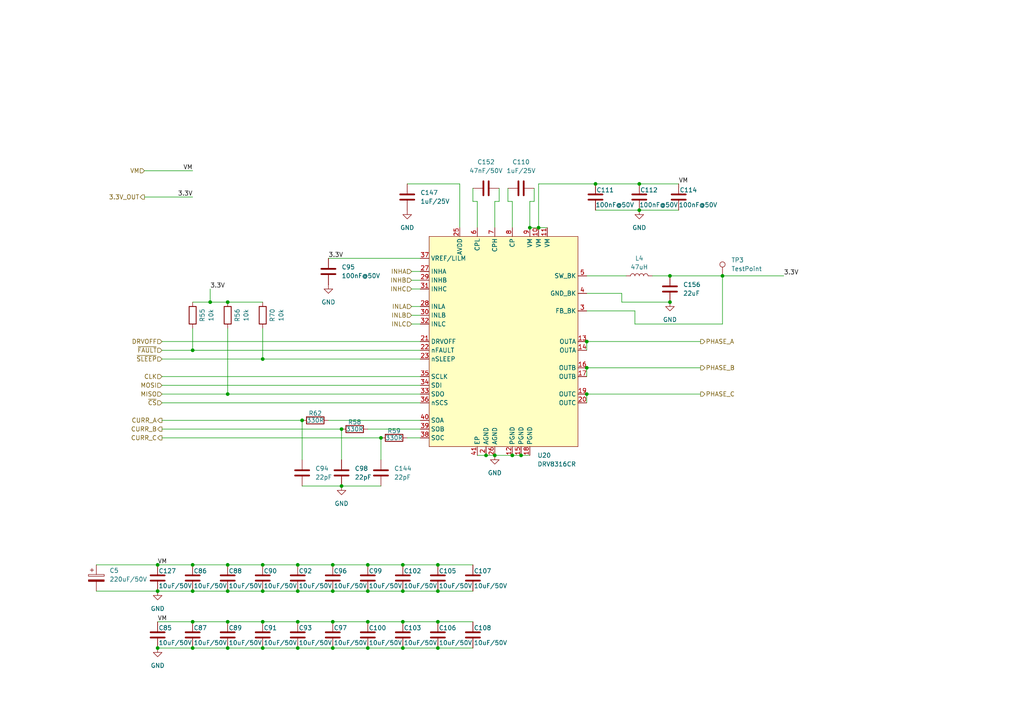
<source format=kicad_sch>
(kicad_sch (version 20231120) (generator "eeschema") (generator_version "8.0")
  (paper "A4")
  (lib_symbols
    (symbol "Connector:TestPoint" (pin_numbers hide) (pin_names (offset 0.762) hide)
      (property "Reference" "TP" (at 0 6.858 0))
      (property "Value" "TestPoint" (at 0 5.08 0))
      (symbol "TestPoint_0_1"
        (circle (center 0 3.302) (radius 0.762))
      )
      (symbol "TestPoint_1_1"
        (pin passive line (at 0 0 90) (length 2.54) (name "1") (number "1"))
      )
    )
    (symbol "DRV8316CR:DRV8316CR"
      (property "Reference" "U?" (at 20.32 -33.02 0))
      (property "Value" "DRV8316CR" (at 20.32 -30.48 0))
      (symbol "DRV8316CR_0_0"
        (pin no_connect non_logic (at 24.13 -20.32 180) (length 2.54) hide (name "NC") (number "1"))
        (pin power_in line (at 10.16 35.56 270) (length 2.54) (name "VM") (number "10"))
        (pin power_in line (at 12.7 35.56 270) (length 2.54) (name "VM") (number "11"))
        (pin power_in line (at 2.54 -30.48 90) (length 2.54) (name "PGND") (number "12"))
        (pin output line (at 24.13 2.54 180) (length 2.54) (name "OUTA") (number "13"))
        (pin output line (at 24.13 0 180) (length 2.54) (name "OUTA") (number "14"))
        (pin power_in line (at 5.08 -30.48 90) (length 2.54) (name "PGND") (number "15"))
        (pin output line (at 24.13 -5.08 180) (length 2.54) (name "OUTB") (number "16"))
        (pin output line (at 24.13 -7.62 180) (length 2.54) (name "OUTB") (number "17"))
        (pin power_in line (at 7.62 -30.48 90) (length 2.54) (name "PGND") (number "18"))
        (pin output line (at 24.13 -12.7 180) (length 2.54) (name "OUTC") (number "19"))
        (pin power_in line (at -5.08 -30.48 90) (length 2.54) (name "AGND") (number "2"))
        (pin output line (at 24.13 -15.24 180) (length 2.54) (name "OUTC") (number "20"))
        (pin input line (at -24.13 2.54 0) (length 2.54) (name "DRVOFF") (number "21"))
        (pin output line (at -24.13 0 0) (length 2.54) (name "nFAULT") (number "22"))
        (pin input line (at -24.13 -2.54 0) (length 2.54) (name "nSLEEP") (number "23"))
        (pin no_connect non_logic (at 24.13 -17.78 180) (length 2.54) hide (name "NC") (number "24"))
        (pin power_out line (at -12.7 35.56 270) (length 2.54) (name "AVDD") (number "25"))
        (pin power_in line (at -2.54 -30.48 90) (length 2.54) (name "AGND") (number "26"))
        (pin input line (at -24.13 22.86 0) (length 2.54) (name "INHA") (number "27"))
        (pin input line (at -24.13 12.7 0) (length 2.54) (name "INLA") (number "28"))
        (pin input line (at -24.13 20.32 0) (length 2.54) (name "INHB") (number "29"))
        (pin power_in line (at 24.13 11.43 180) (length 2.54) (name "FB_BK") (number "3"))
        (pin input line (at -24.13 10.16 0) (length 2.54) (name "INLB") (number "30"))
        (pin input line (at -24.13 17.78 0) (length 2.54) (name "INHC") (number "31"))
        (pin input line (at -24.13 7.62 0) (length 2.54) (name "INLC") (number "32"))
        (pin output line (at -24.13 -12.7 0) (length 2.54) (name "SDO") (number "33"))
        (pin input line (at -24.13 -10.16 0) (length 2.54) (name "SDI") (number "34"))
        (pin input line (at -24.13 -7.62 0) (length 2.54) (name "SCLK") (number "35"))
        (pin input line (at -24.13 -15.24 0) (length 2.54) (name "nSCS") (number "36"))
        (pin power_in line (at -24.13 26.67 0) (length 2.54) (name "VREF/LILM") (number "37"))
        (pin output line (at -24.13 -25.4 0) (length 2.54) (name "SOC") (number "38"))
        (pin output line (at -24.13 -22.86 0) (length 2.54) (name "SOB") (number "39"))
        (pin power_in line (at 24.13 16.51 180) (length 2.54) (name "GND_BK") (number "4"))
        (pin output line (at -24.13 -20.32 0) (length 2.54) (name "SOA") (number "40"))
        (pin power_in line (at -7.62 -30.48 90) (length 2.54) (name "EP") (number "41"))
        (pin power_out line (at 24.13 21.59 180) (length 2.54) (name "SW_BK") (number "5"))
        (pin power_in line (at -7.62 35.56 270) (length 2.54) (name "CPL") (number "6"))
        (pin power_in line (at -2.54 35.56 270) (length 2.54) (name "CPH") (number "7"))
        (pin power_out line (at 2.54 35.56 270) (length 2.54) (name "CP") (number "8"))
        (pin power_in line (at 7.62 35.56 270) (length 2.54) (name "VM") (number "9"))
      )
      (symbol "DRV8316CR_0_1"
        (rectangle (start -21.59 33.02) (end 21.59 -27.94) (fill (type background)))
      )
    )
    (symbol "Device:C" (pin_numbers hide) (pin_names (offset 0.254))
      (property "Reference" "C" (at 0.635 2.54 0))
      (property "Value" "C" (at 0.635 -2.54 0))
      (symbol "C_0_1"
        (polyline (pts (xy -2.032 -0.762) (xy 2.032 -0.762)) (stroke (width 0.508)))
        (polyline (pts (xy -2.032 0.762) (xy 2.032 0.762)) (stroke (width 0.508)))
      )
      (symbol "C_1_1"
        (pin passive line (at 0 3.81 270) (length 2.794) (name "~") (number "1"))
        (pin passive line (at 0 -3.81 90) (length 2.794) (name "~") (number "2"))
      )
    )
    (symbol "Device:C_Polarized" (pin_numbers hide) (pin_names (offset 0.254))
      (property "Reference" "C" (at 0.635 2.54 0))
      (property "Value" "C_Polarized" (at 0.635 -2.54 0))
      (symbol "C_Polarized_0_1"
        (rectangle (start -2.286 0.508) (end 2.286 1.016))
        (polyline (pts (xy -1.778 2.286) (xy -0.762 2.286)))
        (polyline (pts (xy -1.27 2.794) (xy -1.27 1.778)))
        (rectangle (start 2.286 -0.508) (end -2.286 -1.016) (fill (type outline)))
      )
      (symbol "C_Polarized_1_1"
        (pin passive line (at 0 3.81 270) (length 2.794) (name "~") (number "1"))
        (pin passive line (at 0 -3.81 90) (length 2.794) (name "~") (number "2"))
      )
    )
    (symbol "Device:L" (pin_numbers hide) (pin_names (offset 1.016) hide)
      (property "Reference" "L" (at -1.27 0 90))
      (property "Value" "L" (at 1.905 0 90))
      (symbol "L_0_1"
        (arc (start 0 -2.54) (mid 0.6323 -1.905) (end 0 -1.27))
        (arc (start 0 -1.27) (mid 0.6323 -0.635) (end 0 0))
        (arc (start 0 0) (mid 0.6323 0.635) (end 0 1.27))
        (arc (start 0 1.27) (mid 0.6323 1.905) (end 0 2.54))
      )
      (symbol "L_1_1"
        (pin passive line (at 0 3.81 270) (length 1.27) (name "1") (number "1"))
        (pin passive line (at 0 -3.81 90) (length 1.27) (name "2") (number "2"))
      )
    )
    (symbol "Device:R" (pin_numbers hide) (pin_names (offset 0))
      (property "Reference" "R" (at 2.032 0 90))
      (property "Value" "R" (at 0 0 90))
      (symbol "R_0_1"
        (rectangle (start -1.016 -2.54) (end 1.016 2.54) (stroke (width 0.254)))
      )
      (symbol "R_1_1"
        (pin passive line (at 0 3.81 270) (length 1.27) (name "~") (number "1"))
        (pin passive line (at 0 -3.81 90) (length 1.27) (name "~") (number "2"))
      )
    )
    (symbol "power:GND" (power) (pin_numbers hide) (pin_names (offset 0) hide)
      (property "Value" "GND" (at 0 -3.81 0))
      (symbol "GND_0_1"
        (polyline (pts (xy 0 0) (xy 0 -1.27) (xy 1.27 -1.27) (xy 0 -2.54) (xy -1.27 -1.27) (xy 0 -1.27)))
      )
      (symbol "GND_1_1"
        (pin power_in line (at 0 0 270) (length 0) (name "~") (number "1"))
      )
    )
  )
  (junction (at 116.84 163.83))
  (junction (at 96.52 163.83))
  (junction (at 127 163.83))
  (junction (at 45.72 187.96))
  (junction (at 66.04 114.3))
  (junction (at 153.67 66.04))
  (junction (at 148.59 132.08))
  (junction (at 86.36 187.96))
  (junction (at 55.88 163.83))
  (junction (at 86.36 163.83))
  (junction (at 185.42 53.34))
  (junction (at 99.06 124.46))
  (junction (at 76.2 163.83))
  (junction (at 106.68 180.34))
  (junction (at 66.04 187.96))
  (junction (at 96.52 180.34))
  (junction (at 185.42 60.96))
  (junction (at 170.18 106.68))
  (junction (at 76.2 180.34))
  (junction (at 66.04 87.63))
  (junction (at 156.21 66.04))
  (junction (at 99.06 140.97))
  (junction (at 140.97 132.08))
  (junction (at 127 187.96))
  (junction (at 116.84 187.96))
  (junction (at 194.31 80.01))
  (junction (at 55.88 187.96))
  (junction (at 76.2 104.14))
  (junction (at 45.72 171.45))
  (junction (at 60.96 87.63))
  (junction (at 110.49 127))
  (junction (at 151.13 132.08))
  (junction (at 66.04 180.34))
  (junction (at 172.72 53.34))
  (junction (at 127 171.45))
  (junction (at 127 180.34))
  (junction (at 66.04 163.83))
  (junction (at 170.18 99.06))
  (junction (at 76.2 187.96))
  (junction (at 55.88 101.6))
  (junction (at 209.55 80.01))
  (junction (at 116.84 180.34))
  (junction (at 170.18 114.3))
  (junction (at 66.04 171.45))
  (junction (at 86.36 180.34))
  (junction (at 86.36 171.45))
  (junction (at 96.52 187.96))
  (junction (at 106.68 187.96))
  (junction (at 55.88 180.34))
  (junction (at 96.52 171.45))
  (junction (at 45.72 163.83))
  (junction (at 116.84 171.45))
  (junction (at 87.63 121.92))
  (junction (at 55.88 171.45))
  (junction (at 106.68 171.45))
  (junction (at 143.51 132.08))
  (junction (at 194.31 87.63))
  (junction (at 76.2 171.45))
  (junction (at 106.68 163.83))
  (wire (pts (xy 156.21 66.04) (xy 158.75 66.04)))
  (wire (pts (xy 119.38 88.9) (xy 121.92 88.9)))
  (wire (pts (xy 127 163.83) (xy 137.16 163.83)))
  (wire (pts (xy 144.78 58.42) (xy 143.51 58.42)))
  (wire (pts (xy 154.94 58.42) (xy 154.94 54.61)))
  (wire (pts (xy 46.99 111.76) (xy 121.92 111.76)))
  (wire (pts (xy 140.97 132.08) (xy 143.51 132.08)))
  (wire (pts (xy 96.52 187.96) (xy 106.68 187.96)))
  (wire (pts (xy 189.23 80.01) (xy 194.31 80.01)))
  (wire (pts (xy 184.15 90.17) (xy 184.15 93.98)))
  (wire (pts (xy 148.59 58.42) (xy 148.59 66.04)))
  (wire (pts (xy 170.18 106.68) (xy 203.2 106.68)))
  (wire (pts (xy 87.63 140.97) (xy 99.06 140.97)))
  (wire (pts (xy 60.96 87.63) (xy 66.04 87.63)))
  (wire (pts (xy 55.88 95.25) (xy 55.88 101.6)))
  (wire (pts (xy 55.88 163.83) (xy 66.04 163.83)))
  (wire (pts (xy 45.72 180.34) (xy 55.88 180.34)))
  (wire (pts (xy 46.99 124.46) (xy 99.06 124.46)))
  (wire (pts (xy 46.99 121.92) (xy 87.63 121.92)))
  (wire (pts (xy 180.34 85.09) (xy 180.34 87.63)))
  (wire (pts (xy 118.11 127) (xy 121.92 127)))
  (wire (pts (xy 106.68 187.96) (xy 116.84 187.96)))
  (wire (pts (xy 170.18 101.6) (xy 170.18 99.06)))
  (wire (pts (xy 95.25 121.92) (xy 121.92 121.92)))
  (wire (pts (xy 46.99 127) (xy 110.49 127)))
  (wire (pts (xy 172.72 53.34) (xy 156.21 53.34)))
  (wire (pts (xy 27.94 163.83) (xy 45.72 163.83)))
  (wire (pts (xy 106.68 124.46) (xy 121.92 124.46)))
  (wire (pts (xy 76.2 163.83) (xy 86.36 163.83)))
  (wire (pts (xy 156.21 53.34) (xy 156.21 66.04)))
  (wire (pts (xy 170.18 85.09) (xy 180.34 85.09)))
  (wire (pts (xy 185.42 53.34) (xy 172.72 53.34)))
  (wire (pts (xy 46.99 99.06) (xy 121.92 99.06)))
  (wire (pts (xy 137.16 54.61) (xy 137.16 58.42)))
  (wire (pts (xy 110.49 127) (xy 110.49 133.35)))
  (wire (pts (xy 86.36 163.83) (xy 96.52 163.83)))
  (wire (pts (xy 66.04 180.34) (xy 76.2 180.34)))
  (wire (pts (xy 147.32 54.61) (xy 147.32 58.42)))
  (wire (pts (xy 153.67 58.42) (xy 154.94 58.42)))
  (wire (pts (xy 55.88 180.34) (xy 66.04 180.34)))
  (wire (pts (xy 119.38 93.98) (xy 121.92 93.98)))
  (wire (pts (xy 45.72 171.45) (xy 55.88 171.45)))
  (wire (pts (xy 60.96 83.82) (xy 60.96 87.63)))
  (wire (pts (xy 76.2 171.45) (xy 86.36 171.45)))
  (wire (pts (xy 116.84 163.83) (xy 127 163.83)))
  (wire (pts (xy 143.51 58.42) (xy 143.51 66.04)))
  (wire (pts (xy 127 187.96) (xy 137.16 187.96)))
  (wire (pts (xy 95.25 74.93) (xy 121.92 74.93)))
  (wire (pts (xy 96.52 171.45) (xy 106.68 171.45)))
  (wire (pts (xy 46.99 114.3) (xy 66.04 114.3)))
  (wire (pts (xy 66.04 114.3) (xy 121.92 114.3)))
  (wire (pts (xy 106.68 163.83) (xy 116.84 163.83)))
  (wire (pts (xy 170.18 116.84) (xy 170.18 114.3)))
  (wire (pts (xy 86.36 171.45) (xy 96.52 171.45)))
  (wire (pts (xy 119.38 83.82) (xy 121.92 83.82)))
  (wire (pts (xy 76.2 187.96) (xy 86.36 187.96)))
  (wire (pts (xy 209.55 80.01) (xy 227.33 80.01)))
  (wire (pts (xy 119.38 91.44) (xy 121.92 91.44)))
  (wire (pts (xy 170.18 80.01) (xy 181.61 80.01)))
  (wire (pts (xy 86.36 180.34) (xy 96.52 180.34)))
  (wire (pts (xy 144.78 54.61) (xy 144.78 58.42)))
  (wire (pts (xy 46.99 101.6) (xy 55.88 101.6)))
  (wire (pts (xy 45.72 163.83) (xy 55.88 163.83)))
  (wire (pts (xy 66.04 163.83) (xy 76.2 163.83)))
  (wire (pts (xy 46.99 116.84) (xy 121.92 116.84)))
  (wire (pts (xy 137.16 58.42) (xy 138.43 58.42)))
  (wire (pts (xy 99.06 124.46) (xy 99.06 133.35)))
  (wire (pts (xy 170.18 109.22) (xy 170.18 106.68)))
  (wire (pts (xy 76.2 180.34) (xy 86.36 180.34)))
  (wire (pts (xy 45.72 187.96) (xy 55.88 187.96)))
  (wire (pts (xy 138.43 58.42) (xy 138.43 66.04)))
  (wire (pts (xy 55.88 101.6) (xy 121.92 101.6)))
  (wire (pts (xy 41.91 49.53) (xy 55.88 49.53)))
  (wire (pts (xy 46.99 109.22) (xy 121.92 109.22)))
  (wire (pts (xy 106.68 171.45) (xy 116.84 171.45)))
  (wire (pts (xy 66.04 87.63) (xy 76.2 87.63)))
  (wire (pts (xy 99.06 140.97) (xy 110.49 140.97)))
  (wire (pts (xy 27.94 171.45) (xy 45.72 171.45)))
  (wire (pts (xy 170.18 99.06) (xy 203.2 99.06)))
  (wire (pts (xy 185.42 60.96) (xy 196.85 60.96)))
  (wire (pts (xy 118.11 53.34) (xy 133.35 53.34)))
  (wire (pts (xy 66.04 95.25) (xy 66.04 114.3)))
  (wire (pts (xy 143.51 132.08) (xy 148.59 132.08)))
  (wire (pts (xy 148.59 132.08) (xy 151.13 132.08)))
  (wire (pts (xy 55.88 87.63) (xy 60.96 87.63)))
  (wire (pts (xy 116.84 180.34) (xy 127 180.34)))
  (wire (pts (xy 185.42 53.34) (xy 196.85 53.34)))
  (wire (pts (xy 55.88 171.45) (xy 66.04 171.45)))
  (wire (pts (xy 184.15 93.98) (xy 209.55 93.98)))
  (wire (pts (xy 119.38 81.28) (xy 121.92 81.28)))
  (wire (pts (xy 133.35 53.34) (xy 133.35 66.04)))
  (wire (pts (xy 96.52 180.34) (xy 106.68 180.34)))
  (wire (pts (xy 66.04 171.45) (xy 76.2 171.45)))
  (wire (pts (xy 172.72 60.96) (xy 185.42 60.96)))
  (wire (pts (xy 153.67 66.04) (xy 156.21 66.04)))
  (wire (pts (xy 76.2 104.14) (xy 121.92 104.14)))
  (wire (pts (xy 116.84 187.96) (xy 127 187.96)))
  (wire (pts (xy 76.2 95.25) (xy 76.2 104.14)))
  (wire (pts (xy 147.32 58.42) (xy 148.59 58.42)))
  (wire (pts (xy 119.38 78.74) (xy 121.92 78.74)))
  (wire (pts (xy 127 171.45) (xy 137.16 171.45)))
  (wire (pts (xy 209.55 93.98) (xy 209.55 80.01)))
  (wire (pts (xy 153.67 66.04) (xy 153.67 58.42)))
  (wire (pts (xy 46.99 104.14) (xy 76.2 104.14)))
  (wire (pts (xy 138.43 132.08) (xy 140.97 132.08)))
  (wire (pts (xy 106.68 180.34) (xy 116.84 180.34)))
  (wire (pts (xy 127 180.34) (xy 137.16 180.34)))
  (wire (pts (xy 55.88 187.96) (xy 66.04 187.96)))
  (wire (pts (xy 41.91 57.15) (xy 55.88 57.15)))
  (wire (pts (xy 151.13 132.08) (xy 153.67 132.08)))
  (wire (pts (xy 96.52 163.83) (xy 106.68 163.83)))
  (wire (pts (xy 86.36 187.96) (xy 96.52 187.96)))
  (wire (pts (xy 170.18 114.3) (xy 203.2 114.3)))
  (wire (pts (xy 170.18 90.17) (xy 184.15 90.17)))
  (wire (pts (xy 66.04 187.96) (xy 76.2 187.96)))
  (wire (pts (xy 116.84 171.45) (xy 127 171.45)))
  (wire (pts (xy 194.31 80.01) (xy 209.55 80.01)))
  (wire (pts (xy 180.34 87.63) (xy 194.31 87.63)))
  (wire (pts (xy 87.63 121.92) (xy 87.63 133.35)))
  (label "3.3V" (at 95.25 74.93 0))
  (label "3.3V" (at 55.88 57.15 180))
  (label "VM" (at 196.85 53.34 0))
  (label "VM" (at 45.72 163.83 0))
  (label "3.3V" (at 227.33 80.01 0))
  (label "VM" (at 55.88 49.53 180))
  (label "VM" (at 45.72 180.34 0))
  (label "3.3V" (at 60.96 83.82 0))
  (hierarchical_label "INHA" (shape input) (at 119.38 78.74 180))
  (hierarchical_label "INHC" (shape input) (at 119.38 83.82 180))
  (hierarchical_label "MISO" (shape input) (at 46.99 114.3 180))
  (hierarchical_label "CURR_B" (shape output) (at 46.99 124.46 180))
  (hierarchical_label "CURR_C" (shape output) (at 46.99 127 180))
  (hierarchical_label "3.3V_OUT" (shape output) (at 41.91 57.15 180))
  (hierarchical_label "INLA" (shape input) (at 119.38 88.9 180))
  (hierarchical_label "~{CS}" (shape input) (at 46.99 116.84 180))
  (hierarchical_label "~{FAULT}" (shape input) (at 46.99 101.6 180))
  (hierarchical_label "INLC" (shape input) (at 119.38 93.98 180))
  (hierarchical_label "MOSI" (shape input) (at 46.99 111.76 180))
  (hierarchical_label "INLB" (shape input) (at 119.38 91.44 180))
  (hierarchical_label "PHASE_C" (shape output) (at 203.2 114.3 0))
  (hierarchical_label "~{SLEEP}" (shape input) (at 46.99 104.14 180))
  (hierarchical_label "DRVOFF" (shape input) (at 46.99 99.06 180))
  (hierarchical_label "CURR_A" (shape output) (at 46.99 121.92 180))
  (hierarchical_label "CLK" (shape input) (at 46.99 109.22 180))
  (hierarchical_label "PHASE_A" (shape output) (at 203.2 99.06 0))
  (hierarchical_label "PHASE_B" (shape output) (at 203.2 106.68 0))
  (hierarchical_label "VM" (shape input) (at 41.91 49.53 180))
  (hierarchical_label "INHB" (shape input) (at 119.38 81.28 180))
  (symbol (lib_id "Device:C") (at 116.84 184.15 0) (unit 1)
    (property "Reference" "C103" (at 117.094 182.118 0) (effects (justify left)))
    (property "Value" "10uF/50V" (at 117.094 186.436 0) (effects (justify left)))
    (property "Footprint" "Capacitor_SMD:C_0805_2012Metric" (effects (hide yes)))
    (property "Description" "Unpolarized capacitor" (effects (hide yes)))
    (property "JLC" "C440198" (effects (hide yes)))
    (instances (project "hw-openmower-worx" (path "" (reference "C103") (unit 1)) (path "" (reference "C146") (unit 1)) (path "" (reference "C189") (unit 1))))
  )
  (symbol (lib_id "Device:C_Polarized") (at 27.94 167.64 0) (unit 1)
    (property "Reference" "C5" (at 31.75 165.4809 0) (effects (justify left)))
    (property "Value" "220uF/50V" (at 31.75 168.0209 0) (effects (justify left)))
    (property "Footprint" "Capacitor_SMD:CP_Elec_10x10.5" (effects (hide yes)))
    (property "Description" "Polarized capacitor" (effects (hide yes)))
    (property "JLC" "C343913" (effects (hide yes)))
    (instances (project "hw-openmower-worx" (path "" (reference "C5") (unit 1)) (path "" (reference "C6") (unit 1)) (path "" (reference "C7") (unit 1))))
  )
  (symbol (lib_id "Device:C") (at 66.04 167.64 0) (unit 1)
    (property "Reference" "C88" (at 66.294 165.608 0) (effects (justify left)))
    (property "Value" "10uF/50V" (at 66.294 169.926 0) (effects (justify left)))
    (property "Footprint" "Capacitor_SMD:C_0805_2012Metric" (effects (hide yes)))
    (property "Description" "Unpolarized capacitor" (effects (hide yes)))
    (property "JLC" "C440198" (effects (hide yes)))
    (instances (project "hw-openmower-worx" (path "" (reference "C88") (unit 1)) (path "" (reference "C131") (unit 1)) (path "" (reference "C174") (unit 1))))
  )
  (symbol (lib_id "Device:C") (at 45.72 167.64 0) (unit 1)
    (property "Reference" "C127" (at 45.974 165.608 0) (effects (justify left)))
    (property "Value" "10uF/50V" (at 45.974 169.926 0) (effects (justify left)))
    (property "Footprint" "Capacitor_SMD:C_0805_2012Metric" (effects (hide yes)))
    (property "Description" "Unpolarized capacitor" (effects (hide yes)))
    (property "JLC" "C440198" (effects (hide yes)))
    (instances (project "hw-openmower-worx" (path "" (reference "C127") (unit 1)) (path "" (reference "C84") (unit 1)) (path "" (reference "C170") (unit 1))))
  )
  (symbol (lib_id "Device:R") (at 76.2 91.44 0) (mirror y) (unit 1)
    (property "Reference" "R70" (at 78.994 91.44 90))
    (property "Value" "10k" (at 81.534 91.44 90))
    (property "Footprint" "Resistor_SMD:R_0402_1005Metric" (effects (hide yes)))
    (property "Description" "Resistor" (effects (hide yes)))
    (property "JLC" "C25744" (effects (hide yes)))
    (instances (project "hw-openmower-worx" (path "" (reference "R70") (unit 1)) (path "" (reference "R71") (unit 1)) (path "" (reference "R72") (unit 1))))
  )
  (symbol (lib_id "Device:L") (at 185.42 80.01 90) (unit 1)
    (property "Reference" "L4" (at 185.42 74.93 90))
    (property "Value" "47uH" (at 185.42 77.47 90))
    (property "Footprint" "Inductor_SMD:L_Changjiang_FNR3015S" (effects (hide yes)))
    (property "Description" "Inductor" (effects (hide yes)))
    (property "JLC" "C167766" (effects (hide yes)))
    (instances (project "hw-openmower-worx" (path "" (reference "L4") (unit 1)) (path "" (reference "L3") (unit 1)) (path "" (reference "L5") (unit 1))))
  )
  (symbol (lib_id "Device:R") (at 91.44 121.92 90) (unit 1)
    (property "Reference" "R62" (at 91.44 119.888 90))
    (property "Value" "330R" (at 91.44 121.92 90))
    (property "Footprint" "Resistor_SMD:R_0603_1608Metric" (effects (hide yes)))
    (property "Description" "Resistor" (effects (hide yes)))
    (property "JLC" "C23138" (effects (hide yes)))
    (instances (project "hw-openmower-worx" (path "" (reference "R62") (unit 1)) (path "" (reference "R57") (unit 1)) (path "" (reference "R67") (unit 1))))
  )
  (symbol (lib_id "Device:C") (at 86.36 184.15 0) (unit 1)
    (property "Reference" "C93" (at 86.614 182.118 0) (effects (justify left)))
    (property "Value" "10uF/50V" (at 86.614 186.436 0) (effects (justify left)))
    (property "Footprint" "Capacitor_SMD:C_0805_2012Metric" (effects (hide yes)))
    (property "Description" "Unpolarized capacitor" (effects (hide yes)))
    (property "JLC" "C440198" (effects (hide yes)))
    (instances (project "hw-openmower-worx" (path "" (reference "C93") (unit 1)) (path "" (reference "C136") (unit 1)) (path "" (reference "C179") (unit 1))))
  )
  (symbol (lib_id "Device:R") (at 55.88 91.44 0) (mirror y) (unit 1)
    (property "Reference" "R55" (at 58.674 91.44 90))
    (property "Value" "10k" (at 61.214 91.44 90))
    (property "Footprint" "Resistor_SMD:R_0402_1005Metric" (effects (hide yes)))
    (property "Description" "Resistor" (effects (hide yes)))
    (property "JLC" "C25744" (effects (hide yes)))
    (instances (project "hw-openmower-worx" (path "" (reference "R55") (unit 1)) (path "" (reference "R60") (unit 1)) (path "" (reference "R65") (unit 1))))
  )
  (symbol (lib_id "Device:C") (at 116.84 167.64 0) (unit 1)
    (property "Reference" "C102" (at 117.094 165.608 0) (effects (justify left)))
    (property "Value" "10uF/50V" (at 117.094 169.926 0) (effects (justify left)))
    (property "Footprint" "Capacitor_SMD:C_0805_2012Metric" (effects (hide yes)))
    (property "Description" "Unpolarized capacitor" (effects (hide yes)))
    (property "JLC" "C440198" (effects (hide yes)))
    (instances (project "hw-openmower-worx" (path "" (reference "C102") (unit 1)) (path "" (reference "C145") (unit 1)) (path "" (reference "C188") (unit 1))))
  )
  (symbol (lib_id "power:GND") (at 185.42 60.96 0) (unit 1)
    (property "Reference" "#PWR0108" (effects (hide yes)))
    (property "Value" "GND" (at 185.42 66.04 0))
    (property "Description" "Power symbol creates a global label with name \"GND\" , ground" (effects (hide yes)))
    (instances (project "hw-openmower-worx" (path "" (reference "#PWR0108") (unit 1)) (path "" (reference "#PWR0123") (unit 1)) (path "" (reference "#PWR0138") (unit 1))))
  )
  (symbol (lib_id "Device:R") (at 66.04 91.44 0) (mirror y) (unit 1)
    (property "Reference" "R56" (at 68.834 91.44 90))
    (property "Value" "10k" (at 71.374 91.44 90))
    (property "Footprint" "Resistor_SMD:R_0402_1005Metric" (effects (hide yes)))
    (property "Description" "Resistor" (effects (hide yes)))
    (property "JLC" "C25744" (effects (hide yes)))
    (instances (project "hw-openmower-worx" (path "" (reference "R56") (unit 1)) (path "" (reference "R61") (unit 1)) (path "" (reference "R66") (unit 1))))
  )
  (symbol (lib_id "Device:C") (at 99.06 137.16 0) (unit 1)
    (property "Reference" "C98" (at 102.87 135.8899 0) (effects (justify left)))
    (property "Value" "22pF" (at 102.87 138.4299 0) (effects (justify left)))
    (property "Footprint" "Capacitor_SMD:C_0603_1608Metric" (effects (hide yes)))
    (property "Description" "Unpolarized capacitor" (effects (hide yes)))
    (property "JLC" "0603" (effects (hide yes)))
    (instances (project "hw-openmower-worx" (path "" (reference "C98") (unit 1)) (path "" (reference "C141") (unit 1)) (path "" (reference "C184") (unit 1))))
  )
  (symbol (lib_id "power:GND") (at 143.51 132.08 0) (unit 1)
    (property "Reference" "#PWR0107" (effects (hide yes)))
    (property "Value" "GND" (at 143.51 137.16 0))
    (property "Description" "Power symbol creates a global label with name \"GND\" , ground" (effects (hide yes)))
    (instances (project "hw-openmower-worx" (path "" (reference "#PWR0107") (unit 1)) (path "" (reference "#PWR0122") (unit 1)) (path "" (reference "#PWR0137") (unit 1))))
  )
  (symbol (lib_id "Device:C") (at 96.52 167.64 0) (unit 1)
    (property "Reference" "C96" (at 96.774 165.608 0) (effects (justify left)))
    (property "Value" "10uF/50V" (at 96.774 169.926 0) (effects (justify left)))
    (property "Footprint" "Capacitor_SMD:C_0805_2012Metric" (effects (hide yes)))
    (property "Description" "Unpolarized capacitor" (effects (hide yes)))
    (property "JLC" "C440198" (effects (hide yes)))
    (instances (project "hw-openmower-worx" (path "" (reference "C96") (unit 1)) (path "" (reference "C139") (unit 1)) (path "" (reference "C182") (unit 1))))
  )
  (symbol (lib_id "Device:R") (at 102.87 124.46 90) (unit 1)
    (property "Reference" "R58" (at 102.87 122.428 90))
    (property "Value" "330R" (at 102.87 124.46 90))
    (property "Footprint" "Resistor_SMD:R_0603_1608Metric" (effects (hide yes)))
    (property "Description" "Resistor" (effects (hide yes)))
    (property "JLC" "C23138" (effects (hide yes)))
    (instances (project "hw-openmower-worx" (path "" (reference "R58") (unit 1)) (path "" (reference "R63") (unit 1)) (path "" (reference "R68") (unit 1))))
  )
  (symbol (lib_id "Device:C") (at 76.2 167.64 0) (unit 1)
    (property "Reference" "C90" (at 76.454 165.608 0) (effects (justify left)))
    (property "Value" "10uF/50V" (at 76.454 169.926 0) (effects (justify left)))
    (property "Footprint" "Capacitor_SMD:C_0805_2012Metric" (effects (hide yes)))
    (property "Description" "Unpolarized capacitor" (effects (hide yes)))
    (property "JLC" "C440198" (effects (hide yes)))
    (instances (project "hw-openmower-worx" (path "" (reference "C90") (unit 1)) (path "" (reference "C133") (unit 1)) (path "" (reference "C176") (unit 1))))
  )
  (symbol (lib_id "Device:C") (at 137.16 167.64 0) (unit 1)
    (property "Reference" "C107" (at 137.414 165.608 0) (effects (justify left)))
    (property "Value" "10uF/50V" (at 137.414 169.926 0) (effects (justify left)))
    (property "Footprint" "Capacitor_SMD:C_0805_2012Metric" (effects (hide yes)))
    (property "Description" "Unpolarized capacitor" (effects (hide yes)))
    (property "JLC" "C440198" (effects (hide yes)))
    (instances (project "hw-openmower-worx" (path "" (reference "C107") (unit 1)) (path "" (reference "C150") (unit 1)) (path "" (reference "C193") (unit 1))))
  )
  (symbol (lib_id "power:GND") (at 45.72 171.45 0) (unit 1)
    (property "Reference" "#PWR0102" (effects (hide yes)))
    (property "Value" "GND" (at 45.72 176.53 0))
    (property "Description" "Power symbol creates a global label with name \"GND\" , ground" (effects (hide yes)))
    (instances (project "hw-openmower-worx" (path "" (reference "#PWR0102") (unit 1)) (path "" (reference "#PWR0117") (unit 1)) (path "" (reference "#PWR0132") (unit 1))))
  )
  (symbol (lib_id "Device:C") (at 151.13 54.61 90) (unit 1)
    (property "Reference" "C110" (at 151.13 46.99 90))
    (property "Value" "1uF/25V" (at 151.13 49.53 90))
    (property "Footprint" "Capacitor_SMD:C_0402_1005Metric" (effects (hide yes)))
    (property "Description" "Unpolarized capacitor" (effects (hide yes)))
    (property "JLC" "C52923" (effects (hide yes)))
    (instances (project "hw-openmower-worx" (path "" (reference "C110") (unit 1)) (path "" (reference "C153") (unit 1)) (path "" (reference "C196") (unit 1))))
  )
  (symbol (lib_id "Device:C") (at 86.36 167.64 0) (unit 1)
    (property "Reference" "C92" (at 86.614 165.608 0) (effects (justify left)))
    (property "Value" "10uF/50V" (at 86.614 169.926 0) (effects (justify left)))
    (property "Footprint" "Capacitor_SMD:C_0805_2012Metric" (effects (hide yes)))
    (property "Description" "Unpolarized capacitor" (effects (hide yes)))
    (property "JLC" "C440198" (effects (hide yes)))
    (instances (project "hw-openmower-worx" (path "" (reference "C92") (unit 1)) (path "" (reference "C135") (unit 1)) (path "" (reference "C178") (unit 1))))
  )
  (symbol (lib_id "power:GND") (at 118.11 60.96 0) (unit 1)
    (property "Reference" "#PWR0106" (effects (hide yes)))
    (property "Value" "GND" (at 118.11 66.04 0))
    (property "Description" "Power symbol creates a global label with name \"GND\" , ground" (effects (hide yes)))
    (instances (project "hw-openmower-worx" (path "" (reference "#PWR0106") (unit 1)) (path "" (reference "#PWR0121") (unit 1)) (path "" (reference "#PWR0136") (unit 1))))
  )
  (symbol (lib_id "Device:C") (at 76.2 184.15 0) (unit 1)
    (property "Reference" "C91" (at 76.454 182.118 0) (effects (justify left)))
    (property "Value" "10uF/50V" (at 76.454 186.436 0) (effects (justify left)))
    (property "Footprint" "Capacitor_SMD:C_0805_2012Metric" (effects (hide yes)))
    (property "Description" "Unpolarized capacitor" (effects (hide yes)))
    (property "JLC" "C440198" (effects (hide yes)))
    (instances (project "hw-openmower-worx" (path "" (reference "C91") (unit 1)) (path "" (reference "C134") (unit 1)) (path "" (reference "C177") (unit 1))))
  )
  (symbol (lib_id "Device:C") (at 194.31 83.82 180) (unit 1)
    (property "Reference" "C156" (at 198.12 82.5499 0) (effects (justify right)))
    (property "Value" "22uF" (at 198.12 85.0899 0) (effects (justify right)))
    (property "Footprint" "Capacitor_SMD:C_0805_2012Metric" (effects (hide yes)))
    (property "Description" "Unpolarized capacitor" (effects (hide yes)))
    (property "JLC" "C45783" (effects (hide yes)))
    (instances (project "hw-openmower-worx" (path "" (reference "C156") (unit 1)) (path "" (reference "C113") (unit 1)) (path "" (reference "C199") (unit 1))))
  )
  (symbol (lib_id "Device:R") (at 114.3 127 90) (unit 1)
    (property "Reference" "R59" (at 114.3 124.968 90))
    (property "Value" "330R" (at 114.3 127 90))
    (property "Footprint" "Resistor_SMD:R_0603_1608Metric" (effects (hide yes)))
    (property "Description" "Resistor" (effects (hide yes)))
    (property "JLC" "C23138" (effects (hide yes)))
    (instances (project "hw-openmower-worx" (path "" (reference "R59") (unit 1)) (path "" (reference "R64") (unit 1)) (path "" (reference "R69") (unit 1))))
  )
  (symbol (lib_id "Device:C") (at 95.25 78.74 0) (unit 1)
    (property "Reference" "C95" (at 99.06 77.4699 0) (effects (justify left)))
    (property "Value" "100nF@50V" (at 99.06 80.0099 0) (effects (justify left)))
    (property "Footprint" "Capacitor_SMD:C_0402_1005Metric" (effects (hide yes)))
    (property "Description" "Unpolarized capacitor" (effects (hide yes)))
    (property "JLC" "C307331" (effects (hide yes)))
    (property "LCSC" "C307331" (effects (hide yes)))
    (instances (project "hw-openmower-worx" (path "" (reference "C95") (unit 1)) (path "" (reference "C138") (unit 1)) (path "" (reference "C181") (unit 1))))
  )
  (symbol (lib_id "DRV8316CR:DRV8316CR") (at 146.05 101.6 0) (unit 1)
    (property "Reference" "U20" (at 155.8641 132.08 0) (effects (justify left)))
    (property "Value" "DRV8316CR" (at 155.8641 134.62 0) (effects (justify left)))
    (property "Footprint" "DRV8316CR:DRV8316" (effects (hide yes)))
    (property "Datasheet" "https://www.ti.com/document-viewer/DRV8316C/datasheet/" (effects (hide yes)))
    (property "Description" "40-V max 8-A peak three-phase motor driver with integrated current sensing, with 5-MHz 16-bit SPI interface for device configuration and fault status." (effects (hide yes)))
    (property "JLC" "C5447274" (effects (hide yes)))
    (instances (project "hw-openmower-worx" (path "" (reference "U20") (unit 1)) (path "" (reference "U22") (unit 1)) (path "" (reference "U24") (unit 1))))
  )
  (symbol (lib_id "Device:C") (at 55.88 184.15 0) (unit 1)
    (property "Reference" "C87" (at 56.134 182.118 0) (effects (justify left)))
    (property "Value" "10uF/50V" (at 56.134 186.436 0) (effects (justify left)))
    (property "Footprint" "Capacitor_SMD:C_0805_2012Metric" (effects (hide yes)))
    (property "Description" "Unpolarized capacitor" (effects (hide yes)))
    (property "JLC" "C440198" (effects (hide yes)))
    (instances (project "hw-openmower-worx" (path "" (reference "C87") (unit 1)) (path "" (reference "C130") (unit 1)) (path "" (reference "C173") (unit 1))))
  )
  (symbol (lib_id "Connector:TestPoint") (at 209.55 80.01 0) (unit 1)
    (property "Reference" "TP3" (at 212.09 75.4379 0) (effects (justify left)))
    (property "Value" "TestPoint" (at 212.09 77.9779 0) (effects (justify left)))
    (property "Footprint" "Connector_Pin:Pin_D0.7mm_L6.5mm_W1.8mm_FlatFork" (effects (hide yes)))
    (property "Description" "test point" (effects (hide yes)))
    (instances (project "hw-openmower-worx" (path "" (reference "TP3") (unit 1)) (path "" (reference "TP2") (unit 1)) (path "" (reference "TP4") (unit 1))))
  )
  (symbol (lib_id "Device:C") (at 45.72 184.15 0) (unit 1)
    (property "Reference" "C85" (at 45.974 182.118 0) (effects (justify left)))
    (property "Value" "10uF/50V" (at 45.974 186.436 0) (effects (justify left)))
    (property "Footprint" "Capacitor_SMD:C_0805_2012Metric" (effects (hide yes)))
    (property "Description" "Unpolarized capacitor" (effects (hide yes)))
    (property "JLC" "C440198" (effects (hide yes)))
    (instances (project "hw-openmower-worx" (path "" (reference "C85") (unit 1)) (path "" (reference "C128") (unit 1)) (path "" (reference "C171") (unit 1))))
  )
  (symbol (lib_id "Device:C") (at 110.49 137.16 0) (unit 1)
    (property "Reference" "C144" (at 114.3 135.8899 0) (effects (justify left)))
    (property "Value" "22pF" (at 114.3 138.4299 0) (effects (justify left)))
    (property "Footprint" "Capacitor_SMD:C_0603_1608Metric" (effects (hide yes)))
    (property "Description" "Unpolarized capacitor" (effects (hide yes)))
    (property "JLC" "0603" (effects (hide yes)))
    (instances (project "hw-openmower-worx" (path "" (reference "C144") (unit 1)) (path "" (reference "C101") (unit 1)) (path "" (reference "C187") (unit 1))))
  )
  (symbol (lib_id "Device:C") (at 118.11 57.15 0) (unit 1)
    (property "Reference" "C147" (at 121.92 55.8799 0) (effects (justify left)))
    (property "Value" "1uF/25V" (at 121.92 58.4199 0) (effects (justify left)))
    (property "Footprint" "Capacitor_SMD:C_0402_1005Metric" (effects (hide yes)))
    (property "Description" "Unpolarized capacitor" (effects (hide yes)))
    (property "JLC" "C52923" (effects (hide yes)))
    (instances (project "hw-openmower-worx" (path "" (reference "C147") (unit 1)) (path "" (reference "C104") (unit 1)) (path "" (reference "C190") (unit 1))))
  )
  (symbol (lib_id "Device:C") (at 87.63 137.16 0) (unit 1)
    (property "Reference" "C94" (at 91.44 135.8899 0) (effects (justify left)))
    (property "Value" "22pF" (at 91.44 138.4299 0) (effects (justify left)))
    (property "Footprint" "Capacitor_SMD:C_0603_1608Metric" (effects (hide yes)))
    (property "Description" "Unpolarized capacitor" (effects (hide yes)))
    (property "JLC" "0603" (effects (hide yes)))
    (instances (project "hw-openmower-worx" (path "" (reference "C94") (unit 1)) (path "" (reference "C137") (unit 1)) (path "" (reference "C180") (unit 1))))
  )
  (symbol (lib_id "Device:C") (at 127 184.15 0) (unit 1)
    (property "Reference" "C106" (at 127.254 182.118 0) (effects (justify left)))
    (property "Value" "10uF/50V" (at 127.254 186.436 0) (effects (justify left)))
    (property "Footprint" "Capacitor_SMD:C_0805_2012Metric" (effects (hide yes)))
    (property "Description" "Unpolarized capacitor" (effects (hide yes)))
    (property "JLC" "C440198" (effects (hide yes)))
    (instances (project "hw-openmower-worx" (path "" (reference "C106") (unit 1)) (path "" (reference "C149") (unit 1)) (path "" (reference "C192") (unit 1))))
  )
  (symbol (lib_id "Device:C") (at 106.68 184.15 0) (unit 1)
    (property "Reference" "C100" (at 106.934 182.118 0) (effects (justify left)))
    (property "Value" "10uF/50V" (at 106.934 186.436 0) (effects (justify left)))
    (property "Footprint" "Capacitor_SMD:C_0805_2012Metric" (effects (hide yes)))
    (property "Description" "Unpolarized capacitor" (effects (hide yes)))
    (property "JLC" "C440198" (effects (hide yes)))
    (instances (project "hw-openmower-worx" (path "" (reference "C100") (unit 1)) (path "" (reference "C143") (unit 1)) (path "" (reference "C186") (unit 1))))
  )
  (symbol (lib_id "power:GND") (at 194.31 87.63 0) (unit 1)
    (property "Reference" "#PWR0109" (effects (hide yes)))
    (property "Value" "GND" (at 194.31 92.71 0))
    (property "Description" "Power symbol creates a global label with name \"GND\" , ground" (effects (hide yes)))
    (instances (project "hw-openmower-worx" (path "" (reference "#PWR0109") (unit 1)) (path "" (reference "#PWR0124") (unit 1)) (path "" (reference "#PWR0139") (unit 1))))
  )
  (symbol (lib_id "Device:C") (at 172.72 57.15 0) (unit 1)
    (property "Reference" "C111" (at 172.974 55.118 0) (effects (justify left)))
    (property "Value" "100nF@50V" (at 172.72 59.436 0) (effects (justify left)))
    (property "Footprint" "Capacitor_SMD:C_0402_1005Metric" (effects (hide yes)))
    (property "Description" "Unpolarized capacitor" (effects (hide yes)))
    (property "JLC" "C307331" (effects (hide yes)))
    (property "LCSC" "C307331" (effects (hide yes)))
    (instances (project "hw-openmower-worx" (path "" (reference "C111") (unit 1)) (path "" (reference "C154") (unit 1)) (path "" (reference "C197") (unit 1))))
  )
  (symbol (lib_id "power:GND") (at 45.72 187.96 0) (unit 1)
    (property "Reference" "#PWR0103" (effects (hide yes)))
    (property "Value" "GND" (at 45.72 193.04 0))
    (property "Description" "Power symbol creates a global label with name \"GND\" , ground" (effects (hide yes)))
    (instances (project "hw-openmower-worx" (path "" (reference "#PWR0103") (unit 1)) (path "" (reference "#PWR0118") (unit 1)) (path "" (reference "#PWR0133") (unit 1))))
  )
  (symbol (lib_id "Device:C") (at 196.85 57.15 0) (unit 1)
    (property "Reference" "C114" (at 197.104 55.118 0) (effects (justify left)))
    (property "Value" "100nF@50V" (at 196.85 59.436 0) (effects (justify left)))
    (property "Footprint" "Capacitor_SMD:C_0402_1005Metric" (effects (hide yes)))
    (property "Description" "Unpolarized capacitor" (effects (hide yes)))
    (property "JLC" "C307331" (effects (hide yes)))
    (property "LCSC" "C307331" (effects (hide yes)))
    (instances (project "hw-openmower-worx" (path "" (reference "C114") (unit 1)) (path "" (reference "C157") (unit 1)) (path "" (reference "C200") (unit 1))))
  )
  (symbol (lib_id "Device:C") (at 137.16 184.15 0) (unit 1)
    (property "Reference" "C108" (at 137.414 182.118 0) (effects (justify left)))
    (property "Value" "10uF/50V" (at 137.414 186.436 0) (effects (justify left)))
    (property "Footprint" "Capacitor_SMD:C_0805_2012Metric" (effects (hide yes)))
    (property "Description" "Unpolarized capacitor" (effects (hide yes)))
    (property "JLC" "C440198" (effects (hide yes)))
    (instances (project "hw-openmower-worx" (path "" (reference "C108") (unit 1)) (path "" (reference "C151") (unit 1)) (path "" (reference "C194") (unit 1))))
  )
  (symbol (lib_id "power:GND") (at 99.06 140.97 0) (unit 1)
    (property "Reference" "#PWR0105" (effects (hide yes)))
    (property "Value" "GND" (at 99.06 146.05 0))
    (property "Description" "Power symbol creates a global label with name \"GND\" , ground" (effects (hide yes)))
    (instances (project "hw-openmower-worx" (path "" (reference "#PWR0105") (unit 1)) (path "" (reference "#PWR0120") (unit 1)) (path "" (reference "#PWR0135") (unit 1))))
  )
  (symbol (lib_id "Device:C") (at 127 167.64 0) (unit 1)
    (property "Reference" "C105" (at 127.254 165.608 0) (effects (justify left)))
    (property "Value" "10uF/50V" (at 127.254 169.926 0) (effects (justify left)))
    (property "Footprint" "Capacitor_SMD:C_0805_2012Metric" (effects (hide yes)))
    (property "Description" "Unpolarized capacitor" (effects (hide yes)))
    (property "JLC" "C440198" (effects (hide yes)))
    (instances (project "hw-openmower-worx" (path "" (reference "C105") (unit 1)) (path "" (reference "C148") (unit 1)) (path "" (reference "C191") (unit 1))))
  )
  (symbol (lib_id "Device:C") (at 96.52 184.15 0) (unit 1)
    (property "Reference" "C97" (at 96.774 182.118 0) (effects (justify left)))
    (property "Value" "10uF/50V" (at 96.774 186.436 0) (effects (justify left)))
    (property "Footprint" "Capacitor_SMD:C_0805_2012Metric" (effects (hide yes)))
    (property "Description" "Unpolarized capacitor" (effects (hide yes)))
    (property "JLC" "C440198" (effects (hide yes)))
    (instances (project "hw-openmower-worx" (path "" (reference "C97") (unit 1)) (path "" (reference "C140") (unit 1)) (path "" (reference "C183") (unit 1))))
  )
  (symbol (lib_id "Device:C") (at 140.97 54.61 90) (unit 1)
    (property "Reference" "C152" (at 140.97 46.99 90))
    (property "Value" "47nF/50V" (at 140.97 49.53 90))
    (property "Footprint" "Capacitor_SMD:C_0603_1608Metric" (effects (hide yes)))
    (property "Description" "Unpolarized capacitor" (effects (hide yes)))
    (property "JLC" "C1622" (effects (hide yes)))
    (instances (project "hw-openmower-worx" (path "" (reference "C152") (unit 1)) (path "" (reference "C109") (unit 1)) (path "" (reference "C195") (unit 1))))
  )
  (symbol (lib_id "Device:C") (at 66.04 184.15 0) (unit 1)
    (property "Reference" "C89" (at 66.294 182.118 0) (effects (justify left)))
    (property "Value" "10uF/50V" (at 66.294 186.436 0) (effects (justify left)))
    (property "Footprint" "Capacitor_SMD:C_0805_2012Metric" (effects (hide yes)))
    (property "Description" "Unpolarized capacitor" (effects (hide yes)))
    (property "JLC" "C440198" (effects (hide yes)))
    (instances (project "hw-openmower-worx" (path "" (reference "C89") (unit 1)) (path "" (reference "C132") (unit 1)) (path "" (reference "C175") (unit 1))))
  )
  (symbol (lib_id "power:GND") (at 95.25 82.55 0) (unit 1)
    (property "Reference" "#PWR0104" (effects (hide yes)))
    (property "Value" "GND" (at 95.25 87.63 0))
    (property "Description" "Power symbol creates a global label with name \"GND\" , ground" (effects (hide yes)))
    (instances (project "hw-openmower-worx" (path "" (reference "#PWR0104") (unit 1)) (path "" (reference "#PWR0119") (unit 1)) (path "" (reference "#PWR0134") (unit 1))))
  )
  (symbol (lib_id "Device:C") (at 185.42 57.15 0) (unit 1)
    (property "Reference" "C112" (at 185.674 55.118 0) (effects (justify left)))
    (property "Value" "100nF@50V" (at 185.42 59.436 0) (effects (justify left)))
    (property "Footprint" "Capacitor_SMD:C_0402_1005Metric" (effects (hide yes)))
    (property "Description" "Unpolarized capacitor" (effects (hide yes)))
    (property "JLC" "C307331" (effects (hide yes)))
    (property "LCSC" "C307331" (effects (hide yes)))
    (instances (project "hw-openmower-worx" (path "" (reference "C112") (unit 1)) (path "" (reference "C155") (unit 1)) (path "" (reference "C198") (unit 1))))
  )
  (symbol (lib_id "Device:C") (at 55.88 167.64 0) (unit 1)
    (property "Reference" "C86" (at 56.134 165.608 0) (effects (justify left)))
    (property "Value" "10uF/50V" (at 56.134 169.926 0) (effects (justify left)))
    (property "Footprint" "Capacitor_SMD:C_0805_2012Metric" (effects (hide yes)))
    (property "Description" "Unpolarized capacitor" (effects (hide yes)))
    (property "JLC" "C440198" (effects (hide yes)))
    (instances (project "hw-openmower-worx" (path "" (reference "C86") (unit 1)) (path "" (reference "C129") (unit 1)) (path "" (reference "C172") (unit 1))))
  )
  (symbol (lib_id "Device:C") (at 106.68 167.64 0) (unit 1)
    (property "Reference" "C99" (at 106.934 165.608 0) (effects (justify left)))
    (property "Value" "10uF/50V" (at 106.934 169.926 0) (effects (justify left)))
    (property "Footprint" "Capacitor_SMD:C_0805_2012Metric" (effects (hide yes)))
    (property "Description" "Unpolarized capacitor" (effects (hide yes)))
    (property "JLC" "C440198" (effects (hide yes)))
    (instances (project "hw-openmower-worx" (path "" (reference "C99") (unit 1)) (path "" (reference "C142") (unit 1)) (path "" (reference "C185") (unit 1))))
  )
)
</source>
